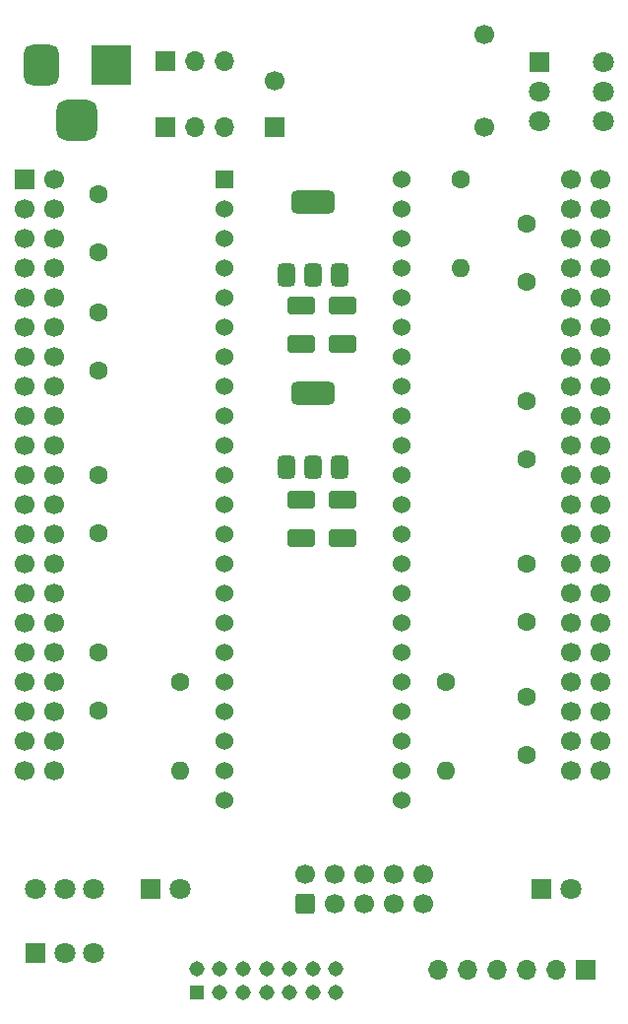
<source format=gbr>
%TF.GenerationSoftware,KiCad,Pcbnew,8.0.7*%
%TF.CreationDate,2025-02-19T22:23:28-06:00*%
%TF.ProjectId,Atmel-ATF15XX-Programming-Adapter,41746d65-6c2d-4415-9446-313558582d50,v1.0*%
%TF.SameCoordinates,Original*%
%TF.FileFunction,Soldermask,Top*%
%TF.FilePolarity,Negative*%
%FSLAX46Y46*%
G04 Gerber Fmt 4.6, Leading zero omitted, Abs format (unit mm)*
G04 Created by KiCad (PCBNEW 8.0.7) date 2025-02-19 22:23:28*
%MOMM*%
%LPD*%
G01*
G04 APERTURE LIST*
G04 Aperture macros list*
%AMRoundRect*
0 Rectangle with rounded corners*
0 $1 Rounding radius*
0 $2 $3 $4 $5 $6 $7 $8 $9 X,Y pos of 4 corners*
0 Add a 4 corners polygon primitive as box body*
4,1,4,$2,$3,$4,$5,$6,$7,$8,$9,$2,$3,0*
0 Add four circle primitives for the rounded corners*
1,1,$1+$1,$2,$3*
1,1,$1+$1,$4,$5*
1,1,$1+$1,$6,$7*
1,1,$1+$1,$8,$9*
0 Add four rect primitives between the rounded corners*
20,1,$1+$1,$2,$3,$4,$5,0*
20,1,$1+$1,$4,$5,$6,$7,0*
20,1,$1+$1,$6,$7,$8,$9,0*
20,1,$1+$1,$8,$9,$2,$3,0*%
G04 Aperture macros list end*
%ADD10C,1.600000*%
%ADD11O,1.600000X1.600000*%
%ADD12R,1.700000X1.700000*%
%ADD13C,1.700000*%
%ADD14R,1.800000X1.800000*%
%ADD15C,1.800000*%
%ADD16RoundRect,0.250000X0.600000X-0.600000X0.600000X0.600000X-0.600000X0.600000X-0.600000X-0.600000X0*%
%ADD17RoundRect,0.250001X-0.924999X0.499999X-0.924999X-0.499999X0.924999X-0.499999X0.924999X0.499999X0*%
%ADD18O,1.700000X1.700000*%
%ADD19R,1.308000X1.308000*%
%ADD20C,1.308000*%
%ADD21RoundRect,0.375000X0.375000X-0.625000X0.375000X0.625000X-0.375000X0.625000X-0.375000X-0.625000X0*%
%ADD22RoundRect,0.500000X1.400000X-0.500000X1.400000X0.500000X-1.400000X0.500000X-1.400000X-0.500000X0*%
%ADD23R,3.500000X3.500000*%
%ADD24RoundRect,0.750000X-0.750000X-1.000000X0.750000X-1.000000X0.750000X1.000000X-0.750000X1.000000X0*%
%ADD25RoundRect,0.875000X-0.875000X-0.875000X0.875000X-0.875000X0.875000X0.875000X-0.875000X0.875000X0*%
%ADD26R,1.524000X1.524000*%
%ADD27C,1.524000*%
G04 APERTURE END LIST*
D10*
%TO.C,R1*%
X128905000Y-100965000D03*
D11*
X128905000Y-108585000D03*
%TD*%
D12*
%TO.C,U2*%
X115570000Y-57785000D03*
D13*
X118110000Y-57785000D03*
X115570000Y-60325000D03*
X118110000Y-60325000D03*
X115570000Y-62865000D03*
X118110000Y-62865000D03*
X115570000Y-65405000D03*
X118110000Y-65405000D03*
X115570000Y-67945000D03*
X118110000Y-67945000D03*
X115570000Y-70485000D03*
X118110000Y-70485000D03*
X115570000Y-73025000D03*
X118110000Y-73025000D03*
X115570000Y-75565000D03*
X118110000Y-75565000D03*
X115570000Y-78105000D03*
X118110000Y-78105000D03*
X115570000Y-80645000D03*
X118110000Y-80645000D03*
X115570000Y-83185000D03*
X118110000Y-83185000D03*
X115570000Y-85725000D03*
X118110000Y-85725000D03*
X115570000Y-88265000D03*
X118110000Y-88265000D03*
X115570000Y-90805000D03*
X118110000Y-90805000D03*
X115570000Y-93345000D03*
X118110000Y-93345000D03*
X115570000Y-95885000D03*
X118110000Y-95885000D03*
X115570000Y-98425000D03*
X118110000Y-98425000D03*
X115570000Y-100965000D03*
X118110000Y-100965000D03*
X115570000Y-103505000D03*
X118110000Y-103505000D03*
X115570000Y-106045000D03*
X118110000Y-106045000D03*
X115570000Y-108585000D03*
X118110000Y-108585000D03*
X162560000Y-108585000D03*
X165100000Y-108585000D03*
X162560000Y-106045000D03*
X165100000Y-106045000D03*
X162560000Y-103505000D03*
X165100000Y-103505000D03*
X162560000Y-100965000D03*
X165100000Y-100965000D03*
X162560000Y-98425000D03*
X165100000Y-98425000D03*
X162560000Y-95885000D03*
X165100000Y-95885000D03*
X162560000Y-93345000D03*
X165100000Y-93345000D03*
X162560000Y-90805000D03*
X165100000Y-90805000D03*
X162560000Y-88265000D03*
X165100000Y-88265000D03*
X162560000Y-85725000D03*
X165100000Y-85725000D03*
X162560000Y-83185000D03*
X165100000Y-83185000D03*
X162560000Y-80645000D03*
X165100000Y-80645000D03*
X162560000Y-78105000D03*
X165100000Y-78105000D03*
X162560000Y-75565000D03*
X165100000Y-75565000D03*
X162560000Y-73025000D03*
X165100000Y-73025000D03*
X162560000Y-70485000D03*
X165100000Y-70485000D03*
X162560000Y-67945000D03*
X165100000Y-67945000D03*
X162560000Y-65405000D03*
X165100000Y-65405000D03*
X162560000Y-62865000D03*
X165100000Y-62865000D03*
X162560000Y-60325000D03*
X165100000Y-60325000D03*
X162560000Y-57785000D03*
X165100000Y-57785000D03*
%TD*%
D14*
%TO.C,D1*%
X126365000Y-118745000D03*
D15*
X128905000Y-118745000D03*
%TD*%
D16*
%TO.C,J4*%
X139700000Y-120015000D03*
D13*
X139700000Y-117475000D03*
X142240000Y-120015000D03*
X142240000Y-117475000D03*
X144780000Y-120015000D03*
X144780000Y-117475000D03*
X147320000Y-120015000D03*
X147320000Y-117475000D03*
X149860000Y-120015000D03*
X149860000Y-117475000D03*
%TD*%
D17*
%TO.C,C14*%
X139319000Y-68692500D03*
X139319000Y-71942500D03*
%TD*%
D10*
%TO.C,C8*%
X121920000Y-64055000D03*
X121920000Y-59055000D03*
%TD*%
D17*
%TO.C,C16*%
X139319000Y-85370000D03*
X139319000Y-88620000D03*
%TD*%
D14*
%TO.C,D2*%
X160020000Y-118745000D03*
D15*
X162560000Y-118745000D03*
%TD*%
D17*
%TO.C,C15*%
X142875000Y-68692500D03*
X142875000Y-71942500D03*
%TD*%
D12*
%TO.C,JP2*%
X127635000Y-53340000D03*
D18*
X130175000Y-53340000D03*
X132715000Y-53340000D03*
%TD*%
D10*
%TO.C,C3*%
X158750000Y-76835000D03*
X158750000Y-81835000D03*
%TD*%
%TO.C,C4*%
X158750000Y-61635000D03*
X158750000Y-66635000D03*
%TD*%
D14*
%TO.C,SW1*%
X116499000Y-124289000D03*
D15*
X118999000Y-124289000D03*
X121499000Y-124289000D03*
X116499000Y-118789000D03*
X118999000Y-118789000D03*
X121499000Y-118789000D03*
%TD*%
D17*
%TO.C,C13*%
X142875000Y-85370000D03*
X142875000Y-88620000D03*
%TD*%
D12*
%TO.C,U5*%
X137067000Y-53340000D03*
D13*
X137067000Y-49340000D03*
X155067000Y-53340000D03*
X155067000Y-45340000D03*
%TD*%
D10*
%TO.C,C6*%
X121920000Y-83185000D03*
X121920000Y-88185000D03*
%TD*%
%TO.C,C7*%
X121920000Y-69215000D03*
X121920000Y-74215000D03*
%TD*%
%TO.C,C1*%
X158750000Y-102275000D03*
X158750000Y-107275000D03*
%TD*%
%TO.C,R3*%
X151765000Y-100965000D03*
D11*
X151765000Y-108585000D03*
%TD*%
D10*
%TO.C,C2*%
X158750000Y-90805000D03*
X158750000Y-95805000D03*
%TD*%
D12*
%TO.C,J3*%
X163830000Y-125730000D03*
D18*
X161290000Y-125730000D03*
X158750000Y-125730000D03*
X156210000Y-125730000D03*
X153670000Y-125730000D03*
X151130000Y-125730000D03*
%TD*%
D10*
%TO.C,C5*%
X121920000Y-98425000D03*
X121920000Y-103425000D03*
%TD*%
D19*
%TO.C,J1*%
X130335000Y-127635000D03*
D20*
X130335000Y-125635000D03*
X132335000Y-127635000D03*
X132335000Y-125635000D03*
X134335000Y-127635000D03*
X134335000Y-125635000D03*
X136335000Y-127635000D03*
X136335000Y-125635000D03*
X138335000Y-127635000D03*
X138335000Y-125635000D03*
X140335000Y-127635000D03*
X140335000Y-125635000D03*
X142335000Y-127635000D03*
X142335000Y-125635000D03*
%TD*%
D21*
%TO.C,U1*%
X138035000Y-66040000D03*
X140335000Y-66040000D03*
D22*
X140335000Y-59740000D03*
D21*
X142635000Y-66040000D03*
%TD*%
D12*
%TO.C,JP1*%
X127635000Y-47625000D03*
D18*
X130175000Y-47625000D03*
X132715000Y-47625000D03*
%TD*%
D14*
%TO.C,SW2*%
X159810000Y-47792000D03*
D15*
X159810000Y-50292000D03*
X159810000Y-52792000D03*
X165310000Y-47792000D03*
X165310000Y-50292000D03*
X165310000Y-52792000D03*
%TD*%
D10*
%TO.C,R2*%
X153035000Y-57785000D03*
D11*
X153035000Y-65405000D03*
%TD*%
D23*
%TO.C,J2*%
X123015000Y-48005000D03*
D24*
X117015000Y-48005000D03*
D25*
X120015000Y-52705000D03*
%TD*%
D26*
%TO.C,U4*%
X132715000Y-57785000D03*
D27*
X132715000Y-60325000D03*
X132715000Y-62865000D03*
X132715000Y-65405000D03*
X132715000Y-67945000D03*
X132715000Y-70485000D03*
X132715000Y-73025000D03*
X132715000Y-75565000D03*
X132715000Y-78105000D03*
X132715000Y-80645000D03*
X132715000Y-83185000D03*
X132715000Y-85725000D03*
X132715000Y-88265000D03*
X132715000Y-90805000D03*
X132715000Y-93345000D03*
X132715000Y-95885000D03*
X132715000Y-98425000D03*
X132715000Y-100965000D03*
X132715000Y-103505000D03*
X132715000Y-106045000D03*
X132715000Y-108585000D03*
X132715000Y-111125000D03*
X147955000Y-111125000D03*
X147955000Y-108585000D03*
X147955000Y-106045000D03*
X147955000Y-103505000D03*
X147955000Y-100965000D03*
X147955000Y-98425000D03*
X147955000Y-95885000D03*
X147955000Y-93345000D03*
X147955000Y-90805000D03*
X147955000Y-88265000D03*
X147955000Y-85725000D03*
X147955000Y-83185000D03*
X147955000Y-80645000D03*
X147955000Y-78105000D03*
X147955000Y-75565000D03*
X147955000Y-73025000D03*
X147955000Y-70485000D03*
X147955000Y-67945000D03*
X147955000Y-65405000D03*
X147955000Y-62865000D03*
X147955000Y-60325000D03*
X147955000Y-57785000D03*
%TD*%
D21*
%TO.C,U3*%
X138035000Y-82525000D03*
X140335000Y-82525000D03*
D22*
X140335000Y-76225000D03*
D21*
X142635000Y-82525000D03*
%TD*%
M02*

</source>
